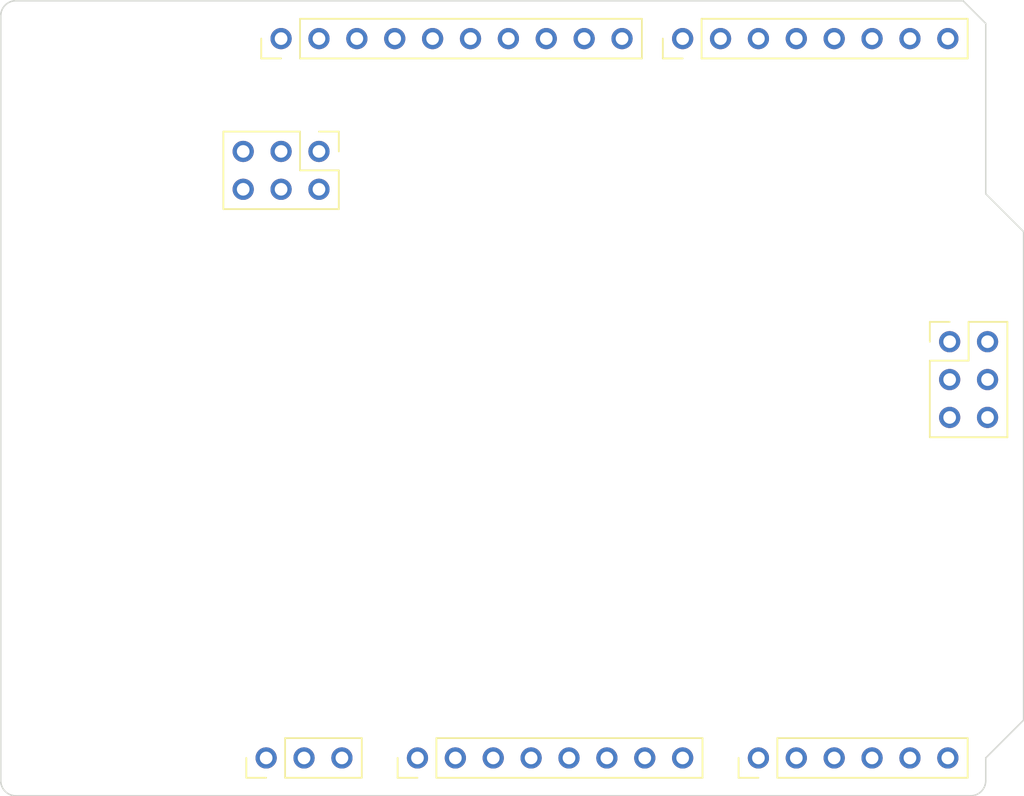
<source format=kicad_pcb>
(kicad_pcb (version 20211014) (generator pcbnew)
  (title_block (title "Arduino UNO R4 Shield Template PCB") (date "2023-07-13") (rev "1.0") (company "MStackoverflow"))
  (layers (0 "F.Cu" signal) (31 "B.Cu" signal) (34 "B.Paste" user) (35 "F.Paste" user) (36 "B.SilkS" user "B.Silkscreen") (37 "F.SilkS" user "F.Silkscreen") (38 "B.Mask" user) (39 "F.Mask" user) (44 "Edge.Cuts" user))
  (net 0 "")
  (footprint "ArduinoPinSockets:Arduino_PinSocket_1x03_P2.54mm_Vertical" (layer "F.Cu") (at 124.47499 116.84001 90)
    (fp_text reference "U1" hide)
    (fp_text value "OFF" hide)
    (fp_line (start -1.33 6.41) (end 1.33 6.41) (layer "F.SilkS") (width 0.12))
    (fp_line (start -1.33 1.27) (end -1.33 6.41) (layer "F.SilkS") (width 0.12))
    (fp_line (start 1.33 1.27) (end 1.33 6.41) (layer "F.SilkS") (width 0.12))
    (fp_line (start -1.33 1.27) (end 1.33 1.27) (layer "F.SilkS") (width 0.12))
    (fp_line (start -1.33 -1.33) (end 0 -1.33) (layer "F.SilkS") (width 0.12))
    (fp_line (start -1.33 0) (end -1.33 -1.33) (layer "F.SilkS") (width 0.12))
    (pad "1" thru_hole circle (at 0 0 90) (size 1.422 1.422) (drill 0.85) (layers *.Cu *.Mask))
    (pad "2" thru_hole circle (at 0 2.54 90) (size 1.422 1.422) (drill 0.85) (layers *.Cu *.Mask))
    (pad "3" thru_hole circle (at 0 5.08 90) (size 1.422 1.422) (drill 0.85) (layers *.Cu *.Mask))
  )
  (footprint "ArduinoPinSockets:Arduino_PinSocket_2x03_P2.54mm_Vertical" (layer "F.Cu") (at 170.30199 88.91501)
    (fp_text reference "U5" hide)
    (fp_text value "ICSP" hide)
    (fp_line (start -1.33 6.41) (end 3.87 6.41) (layer "F.SilkS") (width 0.12))
    (fp_line (start 1.27 1.27) (end 1.27 -1.33) (layer "F.SilkS") (width 0.12))
    (fp_line (start -1.33 1.27) (end 1.27 1.27) (layer "F.SilkS") (width 0.12))
    (fp_line (start 3.87 -1.33) (end 3.87 6.41) (layer "F.SilkS") (width 0.12))
    (fp_line (start -1.33 0) (end -1.33 -1.33) (layer "F.SilkS") (width 0.12))
    (fp_line (start -1.33 1.27) (end -1.33 6.41) (layer "F.SilkS") (width 0.12))
    (fp_line (start 1.27 -1.33) (end 3.87 -1.33) (layer "F.SilkS") (width 0.12))
    (fp_line (start -1.33 -1.33) (end 0 -1.33) (layer "F.SilkS") (width 0.12))
    (pad "1" thru_hole circle (at 0 0) (size 1.422 1.422) (drill 0.85) (layers *.Cu *.Mask))
    (pad "2" thru_hole circle (at 2.54 0) (size 1.422 1.422) (drill 0.85) (layers *.Cu *.Mask))
    (pad "3" thru_hole circle (at 0 2.54) (size 1.422 1.422) (drill 0.85) (layers *.Cu *.Mask))
    (pad "4" thru_hole circle (at 2.54 2.54) (size 1.422 1.422) (drill 0.85) (layers *.Cu *.Mask))
    (pad "5" thru_hole circle (at 0 5.08) (size 1.422 1.422) (drill 0.85) (layers *.Cu *.Mask))
    (pad "6" thru_hole circle (at 2.54 5.08) (size 1.422 1.422) (drill 0.85) (layers *.Cu *.Mask))
  )
  (footprint "ArduinoMountingHoles:Arduino_MountingHole" (layer "F.Cu") (at 172.72 83.82001)
    (fp_text reference "H1" hide)
    (fp_text value "MountingHole1" hide)
    (pad "" np_thru_hole circle (at 0 0) (size 3.19989 3.19989) (drill 3.19989) (layers F&B.Cu *.Mask))
  )
  (footprint "ArduinoPinSockets:Arduino_PinSocket_1x08_P2.54mm_Vertical" (layer "F.Cu") (at 152.39999 68.58001 90)
    (fp_text reference "U7" hide)
    (fp_text value "Digital_2" hide)
    (fp_line (start 1.33 1.27) (end 1.33 19.11) (layer "F.SilkS") (width 0.12))
    (fp_line (start -1.33 1.27) (end -1.33 19.11) (layer "F.SilkS") (width 0.12))
    (fp_line (start -1.33 -1.33) (end 0 -1.33) (layer "F.SilkS") (width 0.12))
    (fp_line (start -1.33 19.11) (end 1.33 19.11) (layer "F.SilkS") (width 0.12))
    (fp_line (start -1.33 0) (end -1.33 -1.33) (layer "F.SilkS") (width 0.12))
    (fp_line (start -1.33 1.27) (end 1.33 1.27) (layer "F.SilkS") (width 0.12))
    (pad "11" thru_hole circle (at 0 0 90) (size 1.422 1.422) (drill 0.85) (layers *.Cu *.Mask))
    (pad "12" thru_hole circle (at 0 2.54 90) (size 1.422 1.422) (drill 0.85) (layers *.Cu *.Mask))
    (pad "13" thru_hole circle (at 0 5.08 90) (size 1.422 1.422) (drill 0.85) (layers *.Cu *.Mask))
    (pad "14" thru_hole circle (at 0 7.62 90) (size 1.422 1.422) (drill 0.85) (layers *.Cu *.Mask))
    (pad "15" thru_hole circle (at 0 10.16 90) (size 1.422 1.422) (drill 0.85) (layers *.Cu *.Mask))
    (pad "16" thru_hole circle (at 0 12.7 90) (size 1.422 1.422) (drill 0.85) (layers *.Cu *.Mask))
    (pad "17" thru_hole circle (at 0 15.24 90) (size 1.422 1.422) (drill 0.85) (layers *.Cu *.Mask))
    (pad "18" thru_hole circle (at 0 17.78 90) (size 1.422 1.422) (drill 0.85) (layers *.Cu *.Mask))
  )
  (footprint "ArduinoPinSockets:Arduino_PinSocket_1x10_P2.54mm_Vertical" (layer "F.Cu") (at 125.476 68.58 90)
    (fp_text reference "U6" hide)
    (fp_text value "Digital_1" hide)
    (fp_line (start -1.33 24.19) (end 1.33 24.19) (layer "F.SilkS") (width 0.12))
    (fp_line (start 1.33 1.27) (end 1.33 24.19) (layer "F.SilkS") (width 0.12))
    (fp_line (start -1.33 0) (end -1.33 -1.33) (layer "F.SilkS") (width 0.12))
    (fp_line (start -1.33 -1.33) (end 0 -1.33) (layer "F.SilkS") (width 0.12))
    (fp_line (start -1.33 1.27) (end 1.33 1.27) (layer "F.SilkS") (width 0.12))
    (fp_line (start -1.33 1.27) (end -1.33 24.19) (layer "F.SilkS") (width 0.12))
    (pad "1" thru_hole circle (at 0 0 90) (size 1.422 1.422) (drill 0.85) (layers *.Cu *.Mask))
    (pad "2" thru_hole circle (at 0 2.54 90) (size 1.422 1.422) (drill 0.85) (layers *.Cu *.Mask))
    (pad "3" thru_hole circle (at 0 5.08 90) (size 1.422 1.422) (drill 0.85) (layers *.Cu *.Mask))
    (pad "4" thru_hole circle (at 0 7.62 90) (size 1.422 1.422) (drill 0.85) (layers *.Cu *.Mask))
    (pad "5" thru_hole circle (at 0 10.16 90) (size 1.422 1.422) (drill 0.85) (layers *.Cu *.Mask))
    (pad "6" thru_hole circle (at 0 12.7 90) (size 1.422 1.422) (drill 0.85) (layers *.Cu *.Mask))
    (pad "7" thru_hole circle (at 0 15.24 90) (size 1.422 1.422) (drill 0.85) (layers *.Cu *.Mask))
    (pad "8" thru_hole circle (at 0 17.78 90) (size 1.422 1.422) (drill 0.85) (layers *.Cu *.Mask))
    (pad "9" thru_hole circle (at 0 20.32 90) (size 1.422 1.422) (drill 0.85) (layers *.Cu *.Mask))
    (pad "10" thru_hole circle (at 0 22.86 90) (size 1.422 1.422) (drill 0.85) (layers *.Cu *.Mask))
  )
  (footprint "ArduinoMountingHoles:Arduino_MountingHole" (layer "F.Cu") (at 120.65 116.84)
    (fp_text reference "H4" hide)
    (fp_text value "MountingHole4" hide)
    (pad "" np_thru_hole circle (at 0 0) (size 3.19989 3.19989) (drill 3.19989) (layers F&B.Cu *.Mask))
  )
  (footprint "ArduinoPinSockets:Arduino_PinSocket_1x06_P2.54mm_Vertical" (layer "F.Cu") (at 157.48 116.84 90)
    (fp_text reference "U3" hide)
    (fp_text value "Analog_2" hide)
    (fp_line (start -1.33 1.27) (end -1.33 14.03) (layer "F.SilkS") (width 0.12))
    (fp_line (start -1.33 14.03) (end 1.33 14.03) (layer "F.SilkS") (width 0.12))
    (fp_line (start -1.33 1.27) (end 1.33 1.27) (layer "F.SilkS") (width 0.12))
    (fp_line (start -1.33 0) (end -1.33 -1.33) (layer "F.SilkS") (width 0.12))
    (fp_line (start 1.33 1.27) (end 1.33 14.03) (layer "F.SilkS") (width 0.12))
    (fp_line (start -1.33 -1.33) (end 0 -1.33) (layer "F.SilkS") (width 0.12))
    (pad "9" thru_hole circle (at 0 0 90) (size 1.422 1.422) (drill 0.85) (layers *.Cu *.Mask))
    (pad "10" thru_hole circle (at 0 2.54 90) (size 1.422 1.422) (drill 0.85) (layers *.Cu *.Mask))
    (pad "11" thru_hole circle (at 0 5.08 90) (size 1.422 1.422) (drill 0.85) (layers *.Cu *.Mask))
    (pad "12" thru_hole circle (at 0 7.62 90) (size 1.422 1.422) (drill 0.85) (layers *.Cu *.Mask))
    (pad "13" thru_hole circle (at 0 10.16 90) (size 1.422 1.422) (drill 0.85) (layers *.Cu *.Mask))
    (pad "14" thru_hole circle (at 0 12.7 90) (size 1.422 1.422) (drill 0.85) (layers *.Cu *.Mask))
  )
  (footprint "ArduinoPinSockets:Arduino_PinSocket_1x08_P2.54mm_Vertical" (layer "F.Cu") (at 134.62 116.84 90)
    (fp_text reference "U2" hide)
    (fp_text value "Analog_1" hide)
    (fp_line (start -1.33 19.11) (end 1.33 19.11) (layer "F.SilkS") (width 0.12))
    (fp_line (start -1.33 0) (end -1.33 -1.33) (layer "F.SilkS") (width 0.12))
    (fp_line (start -1.33 -1.33) (end 0 -1.33) (layer "F.SilkS") (width 0.12))
    (fp_line (start -1.33 1.27) (end 1.33 1.27) (layer "F.SilkS") (width 0.12))
    (fp_line (start 1.33 1.27) (end 1.33 19.11) (layer "F.SilkS") (width 0.12))
    (fp_line (start -1.33 1.27) (end -1.33 19.11) (layer "F.SilkS") (width 0.12))
    (pad "1" thru_hole circle (at 0 0 90) (size 1.422 1.422) (drill 0.85) (layers *.Cu *.Mask))
    (pad "2" thru_hole circle (at 0 2.54 90) (size 1.422 1.422) (drill 0.85) (layers *.Cu *.Mask))
    (pad "3" thru_hole circle (at 0 5.08 90) (size 1.422 1.422) (drill 0.85) (layers *.Cu *.Mask))
    (pad "4" thru_hole circle (at 0 7.62 90) (size 1.422 1.422) (drill 0.85) (layers *.Cu *.Mask))
    (pad "5" thru_hole circle (at 0 10.16 90) (size 1.422 1.422) (drill 0.85) (layers *.Cu *.Mask))
    (pad "6" thru_hole circle (at 0 12.7 90) (size 1.422 1.422) (drill 0.85) (layers *.Cu *.Mask))
    (pad "7" thru_hole circle (at 0 15.24 90) (size 1.422 1.422) (drill 0.85) (layers *.Cu *.Mask))
    (pad "8" thru_hole circle (at 0 17.78 90) (size 1.422 1.422) (drill 0.85) (layers *.Cu *.Mask))
  )
  (footprint "ArduinoMountingHoles:Arduino_MountingHole" (layer "F.Cu") (at 121.91999 68.58001)
    (fp_text reference "H2" hide)
    (fp_text value "MountingHole2" hide)
    (pad "" np_thru_hole circle (at 0 0) (size 3.19989 3.19989) (drill 3.19989) (layers F&B.Cu *.Mask))
  )
  (footprint "ArduinoPinSockets:Arduino_PinSocket_2x03_P2.54mm_Vertical" (layer "F.Cu") (at 128.016 76.1492 -90)
    (fp_text reference "U4" hide)
    (fp_text value "ESP32-S3" hide)
    (fp_line (start -1.33 1.27) (end 1.27 1.27) (layer "F.SilkS") (width 0.12))
    (fp_line (start -1.33 1.27) (end -1.33 6.41) (layer "F.SilkS") (width 0.12))
    (fp_line (start -1.33 6.41) (end 3.87 6.41) (layer "F.SilkS") (width 0.12))
    (fp_line (start 3.87 -1.33) (end 3.87 6.41) (layer "F.SilkS") (width 0.12))
    (fp_line (start 1.27 -1.33) (end 3.87 -1.33) (layer "F.SilkS") (width 0.12))
    (fp_line (start -1.33 -1.33) (end 0 -1.33) (layer "F.SilkS") (width 0.12))
    (fp_line (start 1.27 1.27) (end 1.27 -1.33) (layer "F.SilkS") (width 0.12))
    (fp_line (start -1.33 0) (end -1.33 -1.33) (layer "F.SilkS") (width 0.12))
    (pad "1" thru_hole circle (at 0 0 270) (size 1.422 1.422) (drill 0.85) (layers *.Cu *.Mask))
    (pad "2" thru_hole circle (at 2.54 0 270) (size 1.422 1.422) (drill 0.85) (layers *.Cu *.Mask))
    (pad "3" thru_hole circle (at 0 2.54 270) (size 1.422 1.422) (drill 0.85) (layers *.Cu *.Mask))
    (pad "4" thru_hole circle (at 2.54 2.54 270) (size 1.422 1.422) (drill 0.85) (layers *.Cu *.Mask))
    (pad "5" thru_hole circle (at 0 5.08 270) (size 1.422 1.422) (drill 0.85) (layers *.Cu *.Mask))
    (pad "6" thru_hole circle (at 2.54 5.08 270) (size 1.422 1.422) (drill 0.85) (layers *.Cu *.Mask))
  )
  (footprint "ArduinoMountingHoles:Arduino_MountingHole" (layer "F.Cu") (at 172.72 111.76)
    (fp_text reference "H3" hide)
    (fp_text value "MountingHole3" hide)
    (pad "" np_thru_hole circle (at 0 0) (size 3.19989 3.19989) (drill 3.19989) (layers F&B.Cu *.Mask))
  )
  (gr_line (start 171.196 66.04) (end 172.72 67.564) (layer "Edge.Cuts") (width 0.1))
  (gr_arc (start 107.696 119.38) (mid 106.97758 119.08242) (end 106.68 118.364) (layer "Edge.Cuts") (width 0.1))
  (gr_line (start 172.72 78.994) (end 175.26 81.534) (layer "Edge.Cuts") (width 0.1))
  (gr_arc (start 172.72 118.364) (mid 172.42242 119.08242) (end 171.704 119.38) (layer "Edge.Cuts") (width 0.1))
  (gr_line (start 175.26 81.534) (end 175.26 114.3) (layer "Edge.Cuts") (width 0.1))
  (gr_line (start 171.704 119.38) (end 107.696 119.38) (layer "Edge.Cuts") (width 0.1))
  (gr_line (start 175.26 114.3) (end 172.72 116.84) (layer "Edge.Cuts") (width 0.1))
  (gr_line (start 172.72 67.564) (end 172.72 78.994) (layer "Edge.Cuts") (width 0.1))
  (gr_arc (start 106.68 67.056) (mid 106.97758 66.33758) (end 107.696 66.04) (layer "Edge.Cuts") (width 0.1))
  (gr_line (start 172.72 116.84) (end 172.72 118.364) (layer "Edge.Cuts") (width 0.1))
  (gr_line (start 107.696 66.04) (end 171.196 66.04) (layer "Edge.Cuts") (width 0.1))
  (gr_line (start 106.68 118.364) (end 106.68 67.056) (layer "Edge.Cuts") (width 0.1))
)
</source>
